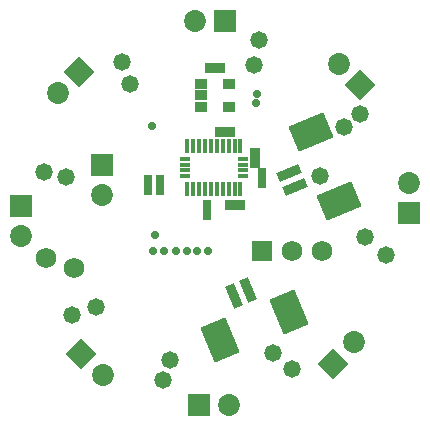
<source format=gbs>
G04 Layer_Color=8150272*
%FSLAX25Y25*%
%MOIN*%
G70*
G01*
G75*
%ADD57R,0.03477X0.03320*%
%ADD58C,0.06800*%
%ADD59C,0.07300*%
%ADD60P,0.10324X4X270.0*%
%ADD61R,0.07300X0.07300*%
%ADD62P,0.10324X4X360.0*%
%ADD63R,0.07300X0.07300*%
%ADD64R,0.06902X0.06902*%
%ADD65C,0.06902*%
%ADD66C,0.02800*%
%ADD67C,0.05800*%
%ADD68R,0.01600X0.04867*%
%ADD69R,0.03473X0.01600*%
G04:AMPARAMS|DCode=70|XSize=90.68mil|YSize=126.11mil|CornerRadius=0mil|HoleSize=0mil|Usage=FLASHONLY|Rotation=292.500|XOffset=0mil|YOffset=0mil|HoleType=Round|Shape=Rectangle|*
%AMROTATEDRECTD70*
4,1,4,-0.07561,0.01776,0.04091,0.06602,0.07561,-0.01776,-0.04091,-0.06602,-0.07561,0.01776,0.0*
%
%ADD70ROTATEDRECTD70*%

G04:AMPARAMS|DCode=71|XSize=31.62mil|YSize=78.87mil|CornerRadius=0mil|HoleSize=0mil|Usage=FLASHONLY|Rotation=292.500|XOffset=0mil|YOffset=0mil|HoleType=Round|Shape=Rectangle|*
%AMROTATEDRECTD71*
4,1,4,-0.04248,-0.00048,0.03038,0.02970,0.04248,0.00048,-0.03038,-0.02970,-0.04248,-0.00048,0.0*
%
%ADD71ROTATEDRECTD71*%

G04:AMPARAMS|DCode=72|XSize=90.68mil|YSize=126.11mil|CornerRadius=0mil|HoleSize=0mil|Usage=FLASHONLY|Rotation=202.500|XOffset=0mil|YOffset=0mil|HoleType=Round|Shape=Rectangle|*
%AMROTATEDRECTD72*
4,1,4,0.01776,0.07561,0.06602,-0.04091,-0.01776,-0.07561,-0.06602,0.04091,0.01776,0.07561,0.0*
%
%ADD72ROTATEDRECTD72*%

G04:AMPARAMS|DCode=73|XSize=31.62mil|YSize=78.87mil|CornerRadius=0mil|HoleSize=0mil|Usage=FLASHONLY|Rotation=202.500|XOffset=0mil|YOffset=0mil|HoleType=Round|Shape=Rectangle|*
%AMROTATEDRECTD73*
4,1,4,-0.00048,0.04248,0.02970,-0.03038,0.00048,-0.04248,-0.02970,0.03038,-0.00048,0.04248,0.0*
%
%ADD73ROTATEDRECTD73*%

%ADD74R,0.03162X0.03359*%
%ADD75R,0.03320X0.03477*%
%ADD76R,0.04343X0.03359*%
D57*
X296890Y341831D02*
D03*
X300354D02*
D03*
X303701Y317323D02*
D03*
X300236D02*
D03*
X293543Y362992D02*
D03*
X297008D02*
D03*
D58*
X238976Y299606D02*
D03*
X248425Y296457D02*
D03*
D59*
X242921Y354732D02*
D03*
X230709Y307205D02*
D03*
X257866Y260638D02*
D03*
X300000Y250787D02*
D03*
X341724Y271646D02*
D03*
X359842Y324685D02*
D03*
X336622Y364559D02*
D03*
X288701Y378740D02*
D03*
X257480Y320590D02*
D03*
D60*
X249992Y361803D02*
D03*
X334653Y264575D02*
D03*
D61*
X230709Y317205D02*
D03*
X359842Y314685D02*
D03*
X257480Y330591D02*
D03*
D62*
X250795Y267709D02*
D03*
X343693Y357488D02*
D03*
D63*
X290000Y250787D02*
D03*
X298701Y378740D02*
D03*
D64*
X310866Y301969D02*
D03*
D65*
X320866D02*
D03*
X330866D02*
D03*
D66*
X275197Y307480D02*
D03*
X274213Y343898D02*
D03*
X274803Y301969D02*
D03*
X278346D02*
D03*
X292913D02*
D03*
X282283D02*
D03*
X285827D02*
D03*
X289370D02*
D03*
X309449Y354331D02*
D03*
X309055Y351417D02*
D03*
D67*
X338189Y343307D02*
D03*
X264173Y364961D02*
D03*
X266929Y357874D02*
D03*
X238189Y328346D02*
D03*
X245669Y326772D02*
D03*
X247638Y280709D02*
D03*
X255512Y283465D02*
D03*
X280433Y265748D02*
D03*
X314567Y268110D02*
D03*
X320866Y262598D02*
D03*
X352362Y300787D02*
D03*
X278071Y259055D02*
D03*
X345276Y306693D02*
D03*
X343693Y347646D02*
D03*
X330315Y327165D02*
D03*
X309842Y372441D02*
D03*
X308268Y364173D02*
D03*
D68*
X303807Y337073D02*
D03*
X301839D02*
D03*
X299870D02*
D03*
X297902D02*
D03*
X295933D02*
D03*
X293965D02*
D03*
X291996D02*
D03*
X290028D02*
D03*
X288059D02*
D03*
X286090D02*
D03*
Y322770D02*
D03*
X288059D02*
D03*
X290028D02*
D03*
X291996D02*
D03*
X293965D02*
D03*
X295933D02*
D03*
X297902D02*
D03*
X299870D02*
D03*
X301839D02*
D03*
X303807D02*
D03*
D69*
X304553Y326969D02*
D03*
Y328937D02*
D03*
Y330906D02*
D03*
Y332874D02*
D03*
X285345Y326969D02*
D03*
Y328937D02*
D03*
Y330906D02*
D03*
Y332874D02*
D03*
D70*
X327149Y341748D02*
D03*
X336716Y318651D02*
D03*
D71*
X321962Y323406D02*
D03*
X320079Y327953D02*
D03*
D72*
X320094Y281906D02*
D03*
X296997Y272339D02*
D03*
D73*
X301753Y287093D02*
D03*
X306299Y288976D02*
D03*
D74*
X273031Y322539D02*
D03*
Y325886D02*
D03*
X277067Y322539D02*
D03*
Y325886D02*
D03*
X292520Y314075D02*
D03*
Y317421D02*
D03*
X311024Y328051D02*
D03*
Y324705D02*
D03*
D75*
X308661Y334803D02*
D03*
Y331339D02*
D03*
D76*
X300000Y350197D02*
D03*
Y357677D02*
D03*
X290551D02*
D03*
Y353937D02*
D03*
Y350197D02*
D03*
M02*

</source>
